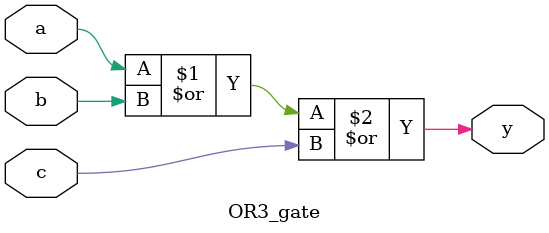
<source format=v>
module OR3_gate (
    input a, b, c,
    output y
);
    assign y = a | b | c;
endmodule
</source>
